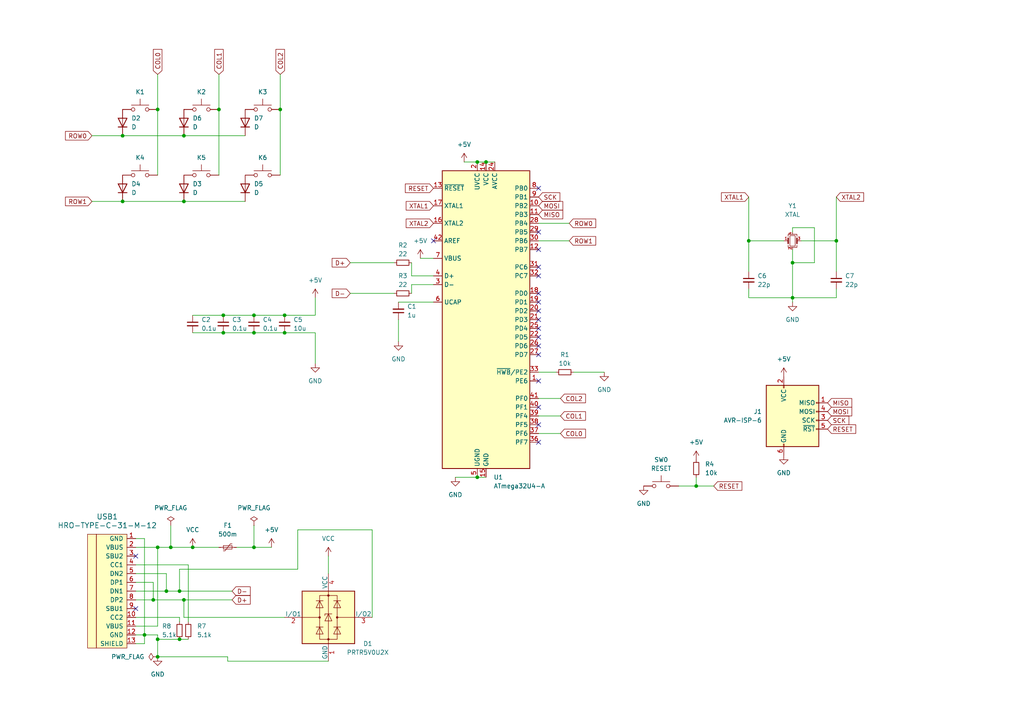
<source format=kicad_sch>
(kicad_sch (version 20230121) (generator eeschema)
  (paper "A4")
  (lib_symbols
    (symbol "Connector:AVR-ISP-6" (pin_names (offset 1.016))
      (property "Reference" "J" (at -6.35 11.43 0))
      (property "Value" "AVR-ISP-6" (at 0 11.43 0))
      (symbol "AVR-ISP-6_0_1"
        (rectangle (start -2.667 -6.858) (end -2.413 -7.62))
        (rectangle (start -2.667 10.16) (end -2.413 9.398))
        (rectangle (start 7.62 -2.413) (end 6.858 -2.667))
        (rectangle (start 7.62 0.127) (end 6.858 -0.127))
        (rectangle (start 7.62 2.667) (end 6.858 2.413))
        (rectangle (start 7.62 5.207) (end 6.858 4.953))
        (rectangle (start 7.62 10.16) (end -7.62 -7.62) (stroke (width 0.254)) (fill (type background)))
      )
      (symbol "AVR-ISP-6_1_1"
        (pin passive line (at 10.16 5.08 180) (length 2.54) (name "MISO") (number "1"))
        (pin passive line (at -2.54 12.7 270) (length 2.54) (name "VCC") (number "2"))
        (pin passive line (at 10.16 0 180) (length 2.54) (name "SCK") (number "3"))
        (pin passive line (at 10.16 2.54 180) (length 2.54) (name "MOSI") (number "4"))
        (pin passive line (at 10.16 -2.54 180) (length 2.54) (name "~{RST}") (number "5"))
        (pin passive line (at -2.54 -10.16 90) (length 2.54) (name "GND") (number "6"))
      )
    )
    (symbol "Device:C_Small" (pin_numbers hide) (pin_names (offset 0.254) hide)
      (property "Reference" "C" (at 0.254 1.778 0))
      (property "Value" "C_Small" (at 0.254 -2.032 0))
      (symbol "C_Small_0_1"
        (polyline (pts (xy -1.524 -0.508) (xy 1.524 -0.508)) (stroke (width 0.3302)))
        (polyline (pts (xy -1.524 0.508) (xy 1.524 0.508)) (stroke (width 0.3048)))
      )
      (symbol "C_Small_1_1"
        (pin passive line (at 0 2.54 270) (length 2.032) (name "~") (number "1"))
        (pin passive line (at 0 -2.54 90) (length 2.032) (name "~") (number "2"))
      )
    )
    (symbol "Device:Crystal_GND24_Small" (pin_names (offset 1.016) hide)
      (property "Reference" "Y" (at 1.27 4.445 0))
      (property "Value" "Crystal_GND24_Small" (at 1.27 2.54 0))
      (symbol "Crystal_GND24_Small_0_1"
        (rectangle (start -0.762 -1.524) (end 0.762 1.524))
        (polyline (pts (xy -1.27 -0.762) (xy -1.27 0.762)) (stroke (width 0.381)))
        (polyline (pts (xy 1.27 -0.762) (xy 1.27 0.762)) (stroke (width 0.381)))
        (polyline (pts (xy -1.27 -1.27) (xy -1.27 -1.905) (xy 1.27 -1.905) (xy 1.27 -1.27)))
        (polyline (pts (xy -1.27 1.27) (xy -1.27 1.905) (xy 1.27 1.905) (xy 1.27 1.27)))
      )
      (symbol "Crystal_GND24_Small_1_1"
        (pin passive line (at -2.54 0 0) (length 1.27) (name "1") (number "1"))
        (pin passive line (at 0 -2.54 90) (length 0.635) (name "2") (number "2"))
        (pin passive line (at 2.54 0 180) (length 1.27) (name "3") (number "3"))
        (pin passive line (at 0 2.54 270) (length 0.635) (name "4") (number "4"))
      )
    )
    (symbol "Device:D" (pin_numbers hide) (pin_names (offset 1.016) hide)
      (property "Reference" "D" (at 0 2.54 0))
      (property "Value" "D" (at 0 -2.54 0))
      (symbol "D_0_1"
        (polyline (pts (xy -1.27 1.27) (xy -1.27 -1.27)) (stroke (width 0.254)))
        (polyline (pts (xy 1.27 0) (xy -1.27 0)))
        (polyline (pts (xy 1.27 1.27) (xy 1.27 -1.27) (xy -1.27 0) (xy 1.27 1.27)) (stroke (width 0.254)))
      )
      (symbol "D_1_1"
        (pin passive line (at -3.81 0 0) (length 2.54) (name "K") (number "1"))
        (pin passive line (at 3.81 0 180) (length 2.54) (name "A") (number "2"))
      )
    )
    (symbol "Device:Polyfuse_Small" (pin_numbers hide) (pin_names (offset 0))
      (property "Reference" "F" (at -1.905 0 90))
      (property "Value" "Polyfuse_Small" (at 1.905 0 90))
      (symbol "Polyfuse_Small_0_1"
        (rectangle (start -0.508 1.27) (end 0.508 -1.27))
        (polyline (pts (xy 0 2.54) (xy 0 -2.54)))
        (polyline (pts (xy -1.016 1.27) (xy -1.016 0.762) (xy 1.016 -0.762) (xy 1.016 -1.27)))
      )
      (symbol "Polyfuse_Small_1_1"
        (pin passive line (at 0 2.54 270) (length 0.635) (name "~") (number "1"))
        (pin passive line (at 0 -2.54 90) (length 0.635) (name "~") (number "2"))
      )
    )
    (symbol "Device:R_Small" (pin_numbers hide) (pin_names (offset 0.254) hide)
      (property "Reference" "R" (at 0.762 0.508 0))
      (property "Value" "R_Small" (at 0.762 -1.016 0))
      (symbol "R_Small_0_1"
        (rectangle (start -0.762 1.778) (end 0.762 -1.778) (stroke (width 0.2032)))
      )
      (symbol "R_Small_1_1"
        (pin passive line (at 0 2.54 270) (length 0.762) (name "~") (number "1"))
        (pin passive line (at 0 -2.54 90) (length 0.762) (name "~") (number "2"))
      )
    )
    (symbol "MCU_Microchip_ATmega:ATmega32U4-A"
      (property "Reference" "U" (at -12.7 44.45 0))
      (property "Value" "ATmega32U4-A" (at 2.54 -44.45 0))
      (symbol "ATmega32U4-A_0_1"
        (rectangle (start -12.7 -43.18) (end 12.7 43.18) (stroke (width 0.254)) (fill (type background)))
      )
      (symbol "ATmega32U4-A_1_1"
        (pin bidirectional line (at 15.24 -17.78 180) (length 2.54) (name "PE6") (number "1"))
        (pin bidirectional line (at 15.24 33.02 180) (length 2.54) (name "PB2") (number "10"))
        (pin bidirectional line (at 15.24 30.48 180) (length 2.54) (name "PB3") (number "11"))
        (pin bidirectional line (at 15.24 20.32 180) (length 2.54) (name "PB7") (number "12"))
        (pin input line (at -15.24 38.1 0) (length 2.54) (name "~{RESET}") (number "13"))
        (pin power_in line (at 0 45.72 270) (length 2.54) (name "VCC") (number "14"))
        (pin power_in line (at 0 -45.72 90) (length 2.54) (name "GND") (number "15"))
        (pin output line (at -15.24 27.94 0) (length 2.54) (name "XTAL2") (number "16"))
        (pin input line (at -15.24 33.02 0) (length 2.54) (name "XTAL1") (number "17"))
        (pin bidirectional line (at 15.24 7.62 180) (length 2.54) (name "PD0") (number "18"))
        (pin bidirectional line (at 15.24 5.08 180) (length 2.54) (name "PD1") (number "19"))
        (pin power_in line (at -2.54 45.72 270) (length 2.54) (name "UVCC") (number "2"))
        (pin bidirectional line (at 15.24 2.54 180) (length 2.54) (name "PD2") (number "20"))
        (pin bidirectional line (at 15.24 0 180) (length 2.54) (name "PD3") (number "21"))
        (pin bidirectional line (at 15.24 -5.08 180) (length 2.54) (name "PD5") (number "22"))
        (pin passive line (at 0 -45.72 90) (length 2.54) hide (name "GND") (number "23"))
        (pin power_in line (at 2.54 45.72 270) (length 2.54) (name "AVCC") (number "24"))
        (pin bidirectional line (at 15.24 -2.54 180) (length 2.54) (name "PD4") (number "25"))
        (pin bidirectional line (at 15.24 -7.62 180) (length 2.54) (name "PD6") (number "26"))
        (pin bidirectional line (at 15.24 -10.16 180) (length 2.54) (name "PD7") (number "27"))
        (pin bidirectional line (at 15.24 27.94 180) (length 2.54) (name "PB4") (number "28"))
        (pin bidirectional line (at 15.24 25.4 180) (length 2.54) (name "PB5") (number "29"))
        (pin bidirectional line (at -15.24 10.16 0) (length 2.54) (name "D-") (number "3"))
        (pin bidirectional line (at 15.24 22.86 180) (length 2.54) (name "PB6") (number "30"))
        (pin bidirectional line (at 15.24 15.24 180) (length 2.54) (name "PC6") (number "31"))
        (pin bidirectional line (at 15.24 12.7 180) (length 2.54) (name "PC7") (number "32"))
        (pin bidirectional line (at 15.24 -15.24 180) (length 2.54) (name "~{HWB}/PE2") (number "33"))
        (pin passive line (at 0 45.72 270) (length 2.54) hide (name "VCC") (number "34"))
        (pin passive line (at 0 -45.72 90) (length 2.54) hide (name "GND") (number "35"))
        (pin bidirectional line (at 15.24 -35.56 180) (length 2.54) (name "PF7") (number "36"))
        (pin bidirectional line (at 15.24 -33.02 180) (length 2.54) (name "PF6") (number "37"))
        (pin bidirectional line (at 15.24 -30.48 180) (length 2.54) (name "PF5") (number "38"))
        (pin bidirectional line (at 15.24 -27.94 180) (length 2.54) (name "PF4") (number "39"))
        (pin bidirectional line (at -15.24 12.7 0) (length 2.54) (name "D+") (number "4"))
        (pin bidirectional line (at 15.24 -25.4 180) (length 2.54) (name "PF1") (number "40"))
        (pin bidirectional line (at 15.24 -22.86 180) (length 2.54) (name "PF0") (number "41"))
        (pin passive line (at -15.24 22.86 0) (length 2.54) (name "AREF") (number "42"))
        (pin passive line (at 0 -45.72 90) (length 2.54) hide (name "GND") (number "43"))
        (pin passive line (at 2.54 45.72 270) (length 2.54) hide (name "AVCC") (number "44"))
        (pin passive line (at -2.54 -45.72 90) (length 2.54) (name "UGND") (number "5"))
        (pin passive line (at -15.24 5.08 0) (length 2.54) (name "UCAP") (number "6"))
        (pin input line (at -15.24 17.78 0) (length 2.54) (name "VBUS") (number "7"))
        (pin bidirectional line (at 15.24 38.1 180) (length 2.54) (name "PB0") (number "8"))
        (pin bidirectional line (at 15.24 35.56 180) (length 2.54) (name "PB1") (number "9"))
      )
    )
    (symbol "Power_Protection:PRTR5V0U2X" (pin_names (offset 0))
      (property "Reference" "D" (at 2.794 8.636 0))
      (property "Value" "PRTR5V0U2X" (at 8.128 -9.398 0))
      (symbol "PRTR5V0U2X_0_1"
        (rectangle (start -7.62 -7.62) (end 7.62 7.62) (stroke (width 0.254)) (fill (type background)))
        (circle (center -2.54 0) (radius 0.254) (fill (type outline)))
        (rectangle (start -2.54 6.35) (end 2.54 -6.35))
        (circle (center 0 -6.35) (radius 0.254) (fill (type outline)))
        (polyline (pts (xy -2.54 0) (xy -7.62 0)))
        (polyline (pts (xy -1.524 -2.794) (xy -3.556 -2.794)))
        (polyline (pts (xy -1.524 4.826) (xy -3.556 4.826)))
        (polyline (pts (xy 0 -7.62) (xy 0 7.62)))
        (polyline (pts (xy 1.524 -2.794) (xy 3.556 -2.794)))
        (polyline (pts (xy 1.524 4.826) (xy 3.556 4.826)))
        (polyline (pts (xy 2.54 0) (xy 7.62 0)))
        (polyline (pts (xy 1.016 1.016) (xy -1.016 1.016) (xy -1.016 0.508)))
        (polyline (pts (xy -3.556 -4.826) (xy -1.524 -4.826) (xy -2.54 -2.794) (xy -3.556 -4.826)))
        (polyline (pts (xy -3.556 2.794) (xy -1.524 2.794) (xy -2.54 4.826) (xy -3.556 2.794)))
        (polyline (pts (xy -1.016 -1.016) (xy 1.016 -1.016) (xy 0 1.016) (xy -1.016 -1.016)))
        (polyline (pts (xy 3.556 -4.826) (xy 1.524 -4.826) (xy 2.54 -2.794) (xy 3.556 -4.826)))
        (polyline (pts (xy 3.556 2.794) (xy 1.524 2.794) (xy 2.54 4.826) (xy 3.556 2.794)))
        (circle (center 0 6.35) (radius 0.254) (fill (type outline)))
        (circle (center 2.54 0) (radius 0.254) (fill (type outline)))
      )
      (symbol "PRTR5V0U2X_1_1"
        (pin passive line (at 0 -12.7 90) (length 5.08) (name "GND") (number "1"))
        (pin passive line (at -12.7 0 0) (length 5.08) (name "I/O1") (number "2"))
        (pin passive line (at 12.7 0 180) (length 5.08) (name "I/O2") (number "3"))
        (pin passive line (at 0 12.7 270) (length 5.08) (name "VCC") (number "4"))
      )
    )
    (symbol "Switch:SW_Push" (pin_numbers hide) (pin_names (offset 1.016) hide)
      (property "Reference" "SW" (at 1.27 2.54 0))
      (property "Value" "SW_Push" (at 0 -1.524 0))
      (symbol "SW_Push_0_1"
        (circle (center -2.032 0) (radius 0.508))
        (polyline (pts (xy 0 1.27) (xy 0 3.048)))
        (polyline (pts (xy 2.54 1.27) (xy -2.54 1.27)))
        (circle (center 2.032 0) (radius 0.508))
        (pin passive line (at -5.08 0 0) (length 2.54) (name "1") (number "1"))
        (pin passive line (at 5.08 0 180) (length 2.54) (name "2") (number "2"))
      )
    )
    (symbol "Type-C:HRO-TYPE-C-31-M-12" (pin_names (offset 1.016))
      (property "Reference" "USB" (at -5.08 16.51 0))
      (property "Value" "HRO-TYPE-C-31-M-12" (at -10.16 -1.27 90))
      (symbol "HRO-TYPE-C-31-M-12_0_1"
        (rectangle (start -11.43 15.24) (end -8.89 -17.78) (fill (type background)))
        (rectangle (start 0 -17.78) (end -8.89 15.24) (fill (type background)))
      )
      (symbol "HRO-TYPE-C-31-M-12_1_1"
        (pin input line (at 2.54 13.97 180) (length 2.54) (name "GND") (number "1"))
        (pin input line (at 2.54 -8.89 180) (length 2.54) (name "CC2") (number "10"))
        (pin input line (at 2.54 -11.43 180) (length 2.54) (name "VBUS") (number "11"))
        (pin input line (at 2.54 -13.97 180) (length 2.54) (name "GND") (number "12"))
        (pin input line (at 2.54 -16.51 180) (length 2.54) (name "SHIELD") (number "13"))
        (pin input line (at 2.54 11.43 180) (length 2.54) (name "VBUS") (number "2"))
        (pin input line (at 2.54 8.89 180) (length 2.54) (name "SBU2") (number "3"))
        (pin input line (at 2.54 6.35 180) (length 2.54) (name "CC1") (number "4"))
        (pin input line (at 2.54 3.81 180) (length 2.54) (name "DN2") (number "5"))
        (pin input line (at 2.54 1.27 180) (length 2.54) (name "DP1") (number "6"))
        (pin input line (at 2.54 -1.27 180) (length 2.54) (name "DN1") (number "7"))
        (pin input line (at 2.54 -3.81 180) (length 2.54) (name "DP2") (number "8"))
        (pin input line (at 2.54 -6.35 180) (length 2.54) (name "SBU1") (number "9"))
      )
    )
    (symbol "power:+5V" (power) (pin_names (offset 0))
      (property "Value" "+5V" (at 0 3.556 0))
      (symbol "+5V_0_1"
        (polyline (pts (xy -0.762 1.27) (xy 0 2.54)))
        (polyline (pts (xy 0 0) (xy 0 2.54)))
        (polyline (pts (xy 0 2.54) (xy 0.762 1.27)))
      )
      (symbol "+5V_1_1"
        (pin power_in line (at 0 0 90) (length 0) hide (name "+5V") (number "1"))
      )
    )
    (symbol "power:GND" (power) (pin_names (offset 0))
      (property "Value" "GND" (at 0 -3.81 0))
      (symbol "GND_0_1"
        (polyline (pts (xy 0 0) (xy 0 -1.27) (xy 1.27 -1.27) (xy 0 -2.54) (xy -1.27 -1.27) (xy 0 -1.27)))
      )
      (symbol "GND_1_1"
        (pin power_in line (at 0 0 270) (length 0) hide (name "GND") (number "1"))
      )
    )
    (symbol "power:PWR_FLAG" (power) (pin_numbers hide) (pin_names (offset 0) hide)
      (property "Value" "PWR_FLAG" (at 0 3.81 0))
      (symbol "PWR_FLAG_0_0"
        (pin power_out line (at 0 0 90) (length 0) (name "pwr") (number "1"))
      )
      (symbol "PWR_FLAG_0_1"
        (polyline (pts (xy 0 0) (xy 0 1.27) (xy -1.016 1.905) (xy 0 2.54) (xy 1.016 1.905) (xy 0 1.27)))
      )
    )
    (symbol "power:VCC" (power) (pin_names (offset 0))
      (property "Value" "VCC" (at 0 3.81 0))
      (symbol "VCC_0_1"
        (polyline (pts (xy -0.762 1.27) (xy 0 2.54)))
        (polyline (pts (xy 0 0) (xy 0 2.54)))
        (polyline (pts (xy 0 2.54) (xy 0.762 1.27)))
      )
      (symbol "VCC_1_1"
        (pin power_in line (at 0 0 90) (length 0) hide (name "VCC") (number "1"))
      )
    )
  )
  (junction (at 45.72 185.42))
  (junction (at 217.17 69.85))
  (junction (at 48.26 171.45))
  (junction (at 82.55 96.52))
  (junction (at 49.53 158.75))
  (junction (at 140.97 46.99))
  (junction (at 64.77 96.52))
  (junction (at 229.87 76.2))
  (junction (at 201.93 140.97))
  (junction (at 229.87 86.36))
  (junction (at 63.5 31.75))
  (junction (at 52.07 185.42))
  (junction (at 45.72 190.5))
  (junction (at 81.28 31.75))
  (junction (at 35.56 58.42))
  (junction (at 53.34 173.99))
  (junction (at 138.43 138.43))
  (junction (at 41.91 184.15))
  (junction (at 64.77 91.44))
  (junction (at 44.45 173.99))
  (junction (at 55.88 158.75))
  (junction (at 53.34 58.42))
  (junction (at 53.34 39.37))
  (junction (at 82.55 91.44))
  (junction (at 45.72 158.75))
  (junction (at 73.66 91.44))
  (junction (at 73.66 158.75))
  (junction (at 52.07 171.45))
  (junction (at 73.66 96.52))
  (junction (at 242.57 69.85))
  (junction (at 45.72 31.75))
  (junction (at 138.43 46.99))
  (junction (at 35.56 39.37))
  (no_connect (at 156.21 85.09))
  (no_connect (at 156.21 97.79))
  (no_connect (at 156.21 128.27))
  (no_connect (at 156.21 80.01))
  (no_connect (at 156.21 102.87))
  (no_connect (at 156.21 67.31))
  (no_connect (at 39.37 176.53))
  (no_connect (at 156.21 72.39))
  (no_connect (at 156.21 123.19))
  (no_connect (at 156.21 92.71))
  (no_connect (at 125.73 69.85))
  (no_connect (at 156.21 110.49))
  (no_connect (at 156.21 54.61))
  (no_connect (at 156.21 95.25))
  (no_connect (at 156.21 118.11))
  (no_connect (at 39.37 161.29))
  (no_connect (at 156.21 77.47))
  (no_connect (at 156.21 100.33))
  (no_connect (at 156.21 87.63))
  (no_connect (at 156.21 90.17))
  (wire (pts (xy 217.17 69.85) (xy 217.17 78.74)))
  (wire (pts (xy 41.91 156.21) (xy 41.91 184.15)))
  (wire (pts (xy 86.36 153.67) (xy 86.36 165.1)))
  (wire (pts (xy 68.58 158.75) (xy 73.66 158.75)))
  (wire (pts (xy 119.38 76.2) (xy 119.38 80.01)))
  (wire (pts (xy 217.17 57.15) (xy 217.17 69.85)))
  (wire (pts (xy 35.56 58.42) (xy 53.34 58.42)))
  (wire (pts (xy 41.91 184.15) (xy 41.91 186.69)))
  (wire (pts (xy 66.04 191.77) (xy 66.04 190.5)))
  (wire (pts (xy 140.97 46.99) (xy 143.51 46.99)))
  (wire (pts (xy 63.5 21.59) (xy 63.5 31.75)))
  (wire (pts (xy 73.66 96.52) (xy 82.55 96.52)))
  (wire (pts (xy 64.77 91.44) (xy 55.88 91.44)))
  (wire (pts (xy 45.72 185.42) (xy 45.72 190.5)))
  (wire (pts (xy 45.72 181.61) (xy 45.72 158.75)))
  (wire (pts (xy 217.17 86.36) (xy 229.87 86.36)))
  (wire (pts (xy 229.87 76.2) (xy 229.87 86.36)))
  (wire (pts (xy 54.61 163.83) (xy 54.61 180.34)))
  (wire (pts (xy 217.17 69.85) (xy 227.33 69.85)))
  (wire (pts (xy 39.37 181.61) (xy 45.72 181.61)))
  (wire (pts (xy 229.87 72.39) (xy 229.87 76.2)))
  (wire (pts (xy 39.37 171.45) (xy 48.26 171.45)))
  (wire (pts (xy 45.72 31.75) (xy 45.72 50.8)))
  (wire (pts (xy 101.6 85.09) (xy 114.3 85.09)))
  (wire (pts (xy 107.95 179.07) (xy 107.95 153.67)))
  (wire (pts (xy 52.07 171.45) (xy 67.31 171.45)))
  (wire (pts (xy 121.92 74.93) (xy 125.73 74.93)))
  (wire (pts (xy 101.6 76.2) (xy 114.3 76.2)))
  (wire (pts (xy 95.25 161.29) (xy 95.25 166.37)))
  (wire (pts (xy 48.26 166.37) (xy 48.26 171.45)))
  (wire (pts (xy 91.44 91.44) (xy 82.55 91.44)))
  (wire (pts (xy 162.56 120.65) (xy 156.21 120.65)))
  (wire (pts (xy 196.85 140.97) (xy 201.93 140.97)))
  (wire (pts (xy 39.37 156.21) (xy 41.91 156.21)))
  (wire (pts (xy 49.53 152.4) (xy 49.53 158.75)))
  (wire (pts (xy 66.04 190.5) (xy 45.72 190.5)))
  (wire (pts (xy 53.34 173.99) (xy 67.31 173.99)))
  (wire (pts (xy 44.45 173.99) (xy 53.34 173.99)))
  (wire (pts (xy 52.07 165.1) (xy 52.07 171.45)))
  (wire (pts (xy 242.57 86.36) (xy 242.57 83.82)))
  (wire (pts (xy 229.87 86.36) (xy 229.87 87.63)))
  (wire (pts (xy 26.67 39.37) (xy 35.56 39.37)))
  (wire (pts (xy 53.34 58.42) (xy 71.12 58.42)))
  (wire (pts (xy 201.93 140.97) (xy 207.01 140.97)))
  (wire (pts (xy 236.22 66.04) (xy 236.22 76.2)))
  (wire (pts (xy 39.37 163.83) (xy 54.61 163.83)))
  (wire (pts (xy 242.57 57.15) (xy 242.57 69.85)))
  (wire (pts (xy 39.37 166.37) (xy 48.26 166.37)))
  (wire (pts (xy 242.57 69.85) (xy 242.57 78.74)))
  (wire (pts (xy 107.95 153.67) (xy 86.36 153.67)))
  (wire (pts (xy 39.37 184.15) (xy 41.91 184.15)))
  (wire (pts (xy 82.55 91.44) (xy 73.66 91.44)))
  (wire (pts (xy 82.55 96.52) (xy 91.44 96.52)))
  (wire (pts (xy 229.87 66.04) (xy 236.22 66.04)))
  (wire (pts (xy 73.66 91.44) (xy 64.77 91.44)))
  (wire (pts (xy 49.53 158.75) (xy 55.88 158.75)))
  (wire (pts (xy 52.07 185.42) (xy 54.61 185.42)))
  (wire (pts (xy 232.41 69.85) (xy 242.57 69.85)))
  (wire (pts (xy 165.1 64.77) (xy 156.21 64.77)))
  (wire (pts (xy 162.56 115.57) (xy 156.21 115.57)))
  (wire (pts (xy 81.28 21.59) (xy 81.28 31.75)))
  (wire (pts (xy 229.87 67.31) (xy 229.87 66.04)))
  (wire (pts (xy 39.37 173.99) (xy 44.45 173.99)))
  (wire (pts (xy 165.1 69.85) (xy 156.21 69.85)))
  (wire (pts (xy 229.87 86.36) (xy 242.57 86.36)))
  (wire (pts (xy 138.43 46.99) (xy 140.97 46.99)))
  (wire (pts (xy 45.72 185.42) (xy 52.07 185.42)))
  (wire (pts (xy 45.72 21.59) (xy 45.72 31.75)))
  (wire (pts (xy 73.66 152.4) (xy 73.66 158.75)))
  (wire (pts (xy 41.91 184.15) (xy 45.72 184.15)))
  (wire (pts (xy 39.37 158.75) (xy 45.72 158.75)))
  (wire (pts (xy 55.88 96.52) (xy 64.77 96.52)))
  (wire (pts (xy 156.21 107.95) (xy 161.29 107.95)))
  (wire (pts (xy 26.67 58.42) (xy 35.56 58.42)))
  (wire (pts (xy 44.45 168.91) (xy 44.45 173.99)))
  (wire (pts (xy 52.07 179.07) (xy 52.07 180.34)))
  (wire (pts (xy 39.37 168.91) (xy 44.45 168.91)))
  (wire (pts (xy 138.43 138.43) (xy 140.97 138.43)))
  (wire (pts (xy 63.5 31.75) (xy 63.5 50.8)))
  (wire (pts (xy 236.22 76.2) (xy 229.87 76.2)))
  (wire (pts (xy 55.88 158.75) (xy 63.5 158.75)))
  (wire (pts (xy 48.26 171.45) (xy 52.07 171.45)))
  (wire (pts (xy 35.56 39.37) (xy 53.34 39.37)))
  (wire (pts (xy 119.38 80.01) (xy 125.73 80.01)))
  (wire (pts (xy 45.72 158.75) (xy 49.53 158.75)))
  (wire (pts (xy 39.37 179.07) (xy 52.07 179.07)))
  (wire (pts (xy 81.28 31.75) (xy 81.28 50.8)))
  (wire (pts (xy 201.93 138.43) (xy 201.93 140.97)))
  (wire (pts (xy 95.25 191.77) (xy 66.04 191.77)))
  (wire (pts (xy 53.34 39.37) (xy 71.12 39.37)))
  (wire (pts (xy 64.77 96.52) (xy 73.66 96.52)))
  (wire (pts (xy 134.62 46.99) (xy 138.43 46.99)))
  (wire (pts (xy 162.56 125.73) (xy 156.21 125.73)))
  (wire (pts (xy 53.34 179.07) (xy 53.34 173.99)))
  (wire (pts (xy 82.55 179.07) (xy 53.34 179.07)))
  (wire (pts (xy 115.57 87.63) (xy 125.73 87.63)))
  (wire (pts (xy 91.44 96.52) (xy 91.44 105.41)))
  (wire (pts (xy 119.38 85.09) (xy 119.38 82.55)))
  (wire (pts (xy 86.36 165.1) (xy 52.07 165.1)))
  (wire (pts (xy 91.44 86.36) (xy 91.44 91.44)))
  (wire (pts (xy 217.17 83.82) (xy 217.17 86.36)))
  (wire (pts (xy 45.72 184.15) (xy 45.72 185.42)))
  (wire (pts (xy 166.37 107.95) (xy 175.26 107.95)))
  (wire (pts (xy 132.08 138.43) (xy 138.43 138.43)))
  (wire (pts (xy 119.38 82.55) (xy 125.73 82.55)))
  (wire (pts (xy 73.66 158.75) (xy 78.74 158.75)))
  (wire (pts (xy 41.91 186.69) (xy 39.37 186.69)))
  (wire (pts (xy 115.57 92.71) (xy 115.57 99.06)))
  (global_label "ROW1" (shape input) (at 165.1 69.85 0) (property "Intersheetrefs" "${INTERSHEET_REFS}" (effects hide)))
  (global_label "D-" (shape input) (at 101.6 85.09 180) (property "Intersheetrefs" "${INTERSHEET_REFS}" (effects hide)))
  (global_label "D+" (shape input) (at 101.6 76.2 180) (property "Intersheetrefs" "${INTERSHEET_REFS}" (effects hide)))
  (global_label "D-" (shape input) (at 67.31 171.45 0) (property "Intersheetrefs" "${INTERSHEET_REFS}" (effects hide)))
  (global_label "SCK" (shape input) (at 240.03 121.92 0) (property "Intersheetrefs" "${INTERSHEET_REFS}" (effects hide)))
  (global_label "MISO" (shape input) (at 240.03 116.84 0) (property "Intersheetrefs" "${INTERSHEET_REFS}" (effects hide)))
  (global_label "COL2" (shape input) (at 162.56 115.57 0) (property "Intersheetrefs" "${INTERSHEET_REFS}" (effects hide)))
  (global_label "D+" (shape input) (at 67.31 173.99 0) (property "Intersheetrefs" "${INTERSHEET_REFS}" (effects hide)))
  (global_label "XTAL2" (shape input) (at 125.73 64.77 180) (property "Intersheetrefs" "${INTERSHEET_REFS}" (effects hide)))
  (global_label "ROW1" (shape input) (at 26.67 58.42 180) (property "Intersheetrefs" "${INTERSHEET_REFS}" (effects hide)))
  (global_label "MISO" (shape input) (at 156.21 62.23 0) (property "Intersheetrefs" "${INTERSHEET_REFS}" (effects hide)))
  (global_label "COL0" (shape input) (at 162.56 125.73 0) (property "Intersheetrefs" "${INTERSHEET_REFS}" (effects hide)))
  (global_label "MOSI" (shape input) (at 240.03 119.38 0) (property "Intersheetrefs" "${INTERSHEET_REFS}" (effects hide)))
  (global_label "ROW0" (shape input) (at 26.67 39.37 180) (property "Intersheetrefs" "${INTERSHEET_REFS}" (effects hide)))
  (global_label "RESET" (shape input) (at 125.73 54.61 180) (property "Intersheetrefs" "${INTERSHEET_REFS}" (effects hide)))
  (global_label "RESET" (shape input) (at 240.03 124.46 0) (property "Intersheetrefs" "${INTERSHEET_REFS}" (effects hide)))
  (global_label "MOSI" (shape input) (at 156.21 59.69 0) (property "Intersheetrefs" "${INTERSHEET_REFS}" (effects hide)))
  (global_label "RESET" (shape input) (at 207.01 140.97 0) (property "Intersheetrefs" "${INTERSHEET_REFS}" (effects hide)))
  (global_label "COL1" (shape input) (at 63.5 21.59 90) (property "Intersheetrefs" "${INTERSHEET_REFS}" (effects hide)))
  (global_label "COL2" (shape input) (at 81.28 21.59 90) (property "Intersheetrefs" "${INTERSHEET_REFS}" (effects hide)))
  (global_label "COL0" (shape input) (at 45.72 21.59 90) (property "Intersheetrefs" "${INTERSHEET_REFS}" (effects hide)))
  (global_label "XTAL1" (shape input) (at 125.73 59.69 180) (property "Intersheetrefs" "${INTERSHEET_REFS}" (effects hide)))
  (global_label "SCK" (shape input) (at 156.21 57.15 0) (property "Intersheetrefs" "${INTERSHEET_REFS}" (effects hide)))
  (global_label "XTAL2" (shape input) (at 242.57 57.15 0) (property "Intersheetrefs" "${INTERSHEET_REFS}" (effects hide)))
  (global_label "ROW0" (shape input) (at 165.1 64.77 0) (property "Intersheetrefs" "${INTERSHEET_REFS}" (effects hide)))
  (global_label "XTAL1" (shape input) (at 217.17 57.15 180) (property "Intersheetrefs" "${INTERSHEET_REFS}" (effects hide)))
  (global_label "COL1" (shape input) (at 162.56 120.65 0) (property "Intersheetrefs" "${INTERSHEET_REFS}" (effects hide)))
  (symbol (lib_id "power:+5V") (at 121.92 74.93 0) (unit 1)
    (property "Reference" "#PWR016" (effects hide))
    (property "Value" "+5V" (at 121.92 69.85 0))
  )
  (symbol (lib_id "Device:R_Small") (at 201.93 135.89 0) (unit 1)
    (property "Reference" "R4" (at 204.47 134.62 0) (effects (justify left)))
    (property "Value" "10k" (at 204.47 137.16 0) (effects (justify left)))
    (property "Footprint" "Resistor_SMD:R_0805_2012Metric" (effects hide))
  )
  (symbol (lib_id "power:GND") (at 115.57 99.06 0) (unit 1)
    (property "Reference" "#PWR04" (effects hide))
    (property "Value" "GND" (at 115.57 104.14 0))
  )
  (symbol (lib_id "Device:D") (at 71.12 35.56 90) (unit 1)
    (property "Reference" "D7" (at 73.66 34.29 90) (effects (justify right)))
    (property "Value" "D" (at 73.66 36.83 90) (effects (justify right)))
    (property "Footprint" "Diode_SMD:D_SOD-123" (effects hide))
    (property "Sim.Device" "D" (effects hide))
    (property "Sim.Pins" "1=K 2=A" (effects hide))
  )
  (symbol (lib_id "Switch:SW_Push") (at 40.64 50.8 0) (unit 1)
    (property "Reference" "K4" (at 40.64 45.72 0))
    (property "Value" "SW_Push" (effects hide))
    (property "Footprint" "marbastlib-mx:SW_MX_HS_1u" (effects hide))
  )
  (symbol (lib_id "power:+5V") (at 227.33 109.22 0) (unit 1)
    (property "Reference" "#PWR08" (effects hide))
    (property "Value" "+5V" (at 227.33 104.14 0))
  )
  (symbol (lib_id "Device:D") (at 35.56 54.61 90) (unit 1)
    (property "Reference" "D4" (at 38.1 53.34 90) (effects (justify right)))
    (property "Value" "D" (at 38.1 55.88 90) (effects (justify right)))
    (property "Footprint" "Diode_SMD:D_SOD-123" (effects hide))
    (property "Sim.Device" "D" (effects hide))
    (property "Sim.Pins" "1=K 2=A" (effects hide))
  )
  (symbol (lib_id "Device:R_Small") (at 54.61 182.88 0) (unit 1)
    (property "Reference" "R7" (at 57.15 181.61 0) (effects (justify left)))
    (property "Value" "5.1k" (at 57.15 184.15 0) (effects (justify left)))
    (property "Footprint" "Resistor_SMD:R_0805_2012Metric" (effects hide))
  )
  (symbol (lib_id "Device:R_Small") (at 116.84 85.09 90) (unit 1)
    (property "Reference" "R3" (at 116.84 80.01 90))
    (property "Value" "22" (at 116.84 82.55 90))
    (property "Footprint" "Resistor_SMD:R_0805_2012Metric" (effects hide))
  )
  (symbol (lib_id "Device:R_Small") (at 52.07 182.88 0) (unit 1)
    (property "Reference" "R8" (at 46.99 181.61 0) (effects (justify left)))
    (property "Value" "5.1k" (at 46.99 184.15 0) (effects (justify left)))
    (property "Footprint" "Resistor_SMD:R_0805_2012Metric" (effects hide))
  )
  (symbol (lib_id "Device:C_Small") (at 55.88 93.98 0) (unit 1)
    (property "Reference" "C2" (at 58.42 92.7163 0) (effects (justify left)))
    (property "Value" "0.1u" (at 58.42 95.2563 0) (effects (justify left)))
    (property "Footprint" "Capacitor_SMD:C_0805_2012Metric" (effects hide))
  )
  (symbol (lib_id "Switch:SW_Push") (at 58.42 31.75 0) (unit 1)
    (property "Reference" "K2" (at 58.42 26.67 0))
    (property "Value" "SW_Push" (effects hide))
    (property "Footprint" "marbastlib-mx:SW_MX_HS_1u" (effects hide))
  )
  (symbol (lib_id "Switch:SW_Push") (at 40.64 31.75 0) (unit 1)
    (property "Reference" "K1" (at 40.64 26.67 0))
    (property "Value" "SW_Push" (effects hide))
    (property "Footprint" "marbastlib-mx:SW_MX_HS_1u" (effects hide))
  )
  (symbol (lib_id "power:PWR_FLAG") (at 45.72 190.5 90) (unit 1)
    (property "Reference" "#FLG03" (effects hide))
    (property "Value" "PWR_FLAG" (at 41.91 190.5 90) (effects (justify left)))
  )
  (symbol (lib_id "Device:C_Small") (at 64.77 93.98 0) (unit 1)
    (property "Reference" "C3" (at 67.31 92.7163 0) (effects (justify left)))
    (property "Value" "0.1u" (at 67.31 95.2563 0) (effects (justify left)))
    (property "Footprint" "Capacitor_SMD:C_0805_2012Metric" (effects hide))
  )
  (symbol (lib_id "Device:D") (at 53.34 35.56 90) (unit 1)
    (property "Reference" "D6" (at 55.88 34.29 90) (effects (justify right)))
    (property "Value" "D" (at 55.88 36.83 90) (effects (justify right)))
    (property "Footprint" "Diode_SMD:D_SOD-123" (effects hide))
    (property "Sim.Device" "D" (effects hide))
    (property "Sim.Pins" "1=K 2=A" (effects hide))
  )
  (symbol (lib_id "power:VCC") (at 55.88 158.75 0) (unit 1)
    (property "Reference" "#PWR012" (effects hide))
    (property "Value" "VCC" (at 55.88 153.67 0))
  )
  (symbol (lib_id "power:PWR_FLAG") (at 49.53 152.4 0) (unit 1)
    (property "Reference" "#FLG01" (effects hide))
    (property "Value" "PWR_FLAG" (at 49.53 147.32 0))
  )
  (symbol (lib_id "power:PWR_FLAG") (at 73.66 152.4 0) (unit 1)
    (property "Reference" "#FLG02" (effects hide))
    (property "Value" "PWR_FLAG" (at 73.66 147.32 0))
  )
  (symbol (lib_id "Device:Polyfuse_Small") (at 66.04 158.75 90) (unit 1)
    (property "Reference" "F1" (at 66.04 152.4 90))
    (property "Value" "500m" (at 66.04 154.94 90))
    (property "Footprint" "Fuse:Fuse_1206_3216Metric" (effects hide))
  )
  (symbol (lib_id "Switch:SW_Push") (at 58.42 50.8 0) (unit 1)
    (property "Reference" "K5" (at 58.42 45.72 0))
    (property "Value" "SW_Push" (effects hide))
    (property "Footprint" "marbastlib-mx:SW_MX_HS_1u" (effects hide))
  )
  (symbol (lib_id "power:VCC") (at 95.25 161.29 0) (unit 1)
    (property "Reference" "#PWR015" (effects hide))
    (property "Value" "VCC" (at 95.25 156.21 0))
  )
  (symbol (lib_id "Power_Protection:PRTR5V0U2X") (at 95.25 179.07 0) (unit 1)
    (property "Reference" "D1" (at 106.68 186.69 0))
    (property "Value" "PRTR5V0U2X" (at 106.68 189.23 0))
    (property "Footprint" "random-keyboard-parts:SOT143B" (effects hide))
    (property "Datasheet" "https://assets.nexperia.com/documents/data-sheet/PRTR5V0U2X.pdf" (effects hide))
  )
  (symbol (lib_id "Device:R_Small") (at 116.84 76.2 90) (unit 1)
    (property "Reference" "R2" (at 116.84 71.12 90))
    (property "Value" "22" (at 116.84 73.66 90))
    (property "Footprint" "Resistor_SMD:R_0805_2012Metric" (effects hide))
  )
  (symbol (lib_id "Device:R_Small") (at 163.83 107.95 90) (unit 1)
    (property "Reference" "R1" (at 163.83 102.87 90))
    (property "Value" "10k" (at 163.83 105.41 90))
    (property "Footprint" "Resistor_SMD:R_0805_2012Metric" (effects hide))
  )
  (symbol (lib_id "power:GND") (at 45.72 190.5 0) (unit 1)
    (property "Reference" "#PWR014" (effects hide))
    (property "Value" "GND" (at 45.72 195.58 0))
  )
  (symbol (lib_id "Device:C_Small") (at 242.57 81.28 0) (unit 1)
    (property "Reference" "C7" (at 245.11 80.0163 0) (effects (justify left)))
    (property "Value" "22p" (at 245.11 82.5563 0) (effects (justify left)))
    (property "Footprint" "Capacitor_SMD:C_0805_2012Metric" (effects hide))
  )
  (symbol (lib_id "Switch:SW_Push") (at 76.2 50.8 0) (unit 1)
    (property "Reference" "K6" (at 76.2 45.72 0))
    (property "Value" "SW_Push" (effects hide))
    (property "Footprint" "marbastlib-mx:SW_MX_HS_1u" (effects hide))
  )
  (symbol (lib_id "power:GND") (at 227.33 132.08 0) (unit 1)
    (property "Reference" "#PWR09" (effects hide))
    (property "Value" "GND" (at 227.33 137.16 0))
  )
  (symbol (lib_id "power:+5V") (at 91.44 86.36 0) (unit 1)
    (property "Reference" "#PWR05" (effects hide))
    (property "Value" "+5V" (at 91.44 81.28 0))
  )
  (symbol (lib_id "Device:D") (at 53.34 54.61 90) (unit 1)
    (property "Reference" "D3" (at 55.88 53.34 90) (effects (justify right)))
    (property "Value" "D" (at 55.88 55.88 90) (effects (justify right)))
    (property "Footprint" "Diode_SMD:D_SOD-123" (effects hide))
    (property "Sim.Device" "D" (effects hide))
    (property "Sim.Pins" "1=K 2=A" (effects hide))
  )
  (symbol (lib_id "Switch:SW_Push") (at 191.77 140.97 0) (unit 1)
    (property "Reference" "SW0" (at 191.77 133.35 0))
    (property "Value" "RESET" (at 191.77 135.89 0))
    (property "Footprint" "Button_Switch_SMD:SW_SPST_SKQG_WithStem" (effects hide))
  )
  (symbol (lib_id "Device:C_Small") (at 82.55 93.98 0) (unit 1)
    (property "Reference" "C5" (at 85.09 92.7163 0) (effects (justify left)))
    (property "Value" "10u" (at 85.09 95.2563 0) (effects (justify left)))
    (property "Footprint" "Capacitor_SMD:C_0805_2012Metric" (effects hide))
  )
  (symbol (lib_id "Device:C_Small") (at 217.17 81.28 0) (unit 1)
    (property "Reference" "C6" (at 219.71 80.0163 0) (effects (justify left)))
    (property "Value" "22p" (at 219.71 82.5563 0) (effects (justify left)))
    (property "Footprint" "Capacitor_SMD:C_0805_2012Metric" (effects hide))
  )
  (symbol (lib_id "power:+5V") (at 134.62 46.99 0) (unit 1)
    (property "Reference" "#PWR01" (effects hide))
    (property "Value" "+5V" (at 134.62 41.91 0))
  )
  (symbol (lib_id "Device:C_Small") (at 73.66 93.98 0) (unit 1)
    (property "Reference" "C4" (at 76.2 92.7163 0) (effects (justify left)))
    (property "Value" "0.1u" (at 76.2 95.2563 0) (effects (justify left)))
    (property "Footprint" "Capacitor_SMD:C_0805_2012Metric" (effects hide))
  )
  (symbol (lib_id "Device:Crystal_GND24_Small") (at 229.87 69.85 0) (unit 1)
    (property "Reference" "Y1" (at 229.87 59.69 0))
    (property "Value" "XTAL" (at 229.87 62.23 0))
    (property "Footprint" "Crystal:Crystal_SMD_3225-4Pin_3.2x2.5mm" (effects hide))
  )
  (symbol (lib_id "power:GND") (at 229.87 87.63 0) (unit 1)
    (property "Reference" "#PWR07" (effects hide))
    (property "Value" "GND" (at 229.87 92.71 0))
  )
  (symbol (lib_id "Device:D") (at 71.12 54.61 90) (unit 1)
    (property "Reference" "D5" (at 73.66 53.34 90) (effects (justify right)))
    (property "Value" "D" (at 73.66 55.88 90) (effects (justify right)))
    (property "Footprint" "Diode_SMD:D_SOD-123" (effects hide))
    (property "Sim.Device" "D" (effects hide))
    (property "Sim.Pins" "1=K 2=A" (effects hide))
  )
  (symbol (lib_id "power:GND") (at 186.69 140.97 0) (unit 1)
    (property "Reference" "#PWR010" (effects hide))
    (property "Value" "GND" (at 186.69 146.05 0))
  )
  (symbol (lib_id "power:+5V") (at 201.93 133.35 0) (unit 1)
    (property "Reference" "#PWR011" (effects hide))
    (property "Value" "+5V" (at 201.93 128.27 0))
  )
  (symbol (lib_id "power:GND") (at 91.44 105.41 0) (unit 1)
    (property "Reference" "#PWR06" (effects hide))
    (property "Value" "GND" (at 91.44 110.49 0))
  )
  (symbol (lib_id "Type-C:HRO-TYPE-C-31-M-12") (at 36.83 170.18 0) (unit 1)
    (property "Reference" "USB1" (at 31.115 149.86 0) (effects (font (size 1.524 1.524))))
    (property "Value" "HRO-TYPE-C-31-M-12" (at 31.115 152.4 0) (effects (font (size 1.524 1.524))))
    (property "Footprint" "Type-C:HRO-TYPE-C-31-M-12" (effects hide))
  )
  (symbol (lib_id "MCU_Microchip_ATmega:ATmega32U4-A") (at 140.97 92.71 0) (unit 1)
    (property "Reference" "U1" (at 143.1641 138.43 0) (effects (justify left)))
    (property "Value" "ATmega32U4-A" (at 143.1641 140.97 0) (effects (justify left)))
    (property "Footprint" "Package_QFP:TQFP-44_10x10mm_P0.8mm" (effects hide))
    (property "Datasheet" "http://ww1.microchip.com/downloads/en/DeviceDoc/Atmel-7766-8-bit-AVR-ATmega16U4-32U4_Datasheet.pdf" (effects hide))
  )
  (symbol (lib_id "Device:D") (at 35.56 35.56 90) (unit 1)
    (property "Reference" "D2" (at 38.1 34.29 90) (effects (justify right)))
    (property "Value" "D" (at 38.1 36.83 90) (effects (justify right)))
    (property "Footprint" "Diode_SMD:D_SOD-123" (effects hide))
    (property "Sim.Device" "D" (effects hide))
    (property "Sim.Pins" "1=K 2=A" (effects hide))
  )
  (symbol (lib_id "Connector:AVR-ISP-6") (at 229.87 121.92 0) (unit 1)
    (property "Reference" "J1" (at 220.98 119.38 0) (effects (justify right)))
    (property "Value" "AVR-ISP-6" (at 220.98 121.92 0) (effects (justify right)))
    (property "Footprint" "random-keyboard-parts:Reset_Pretty-Mask" (effects hide))
    (property "Datasheet" " ~" (effects hide))
  )
  (symbol (lib_id "power:GND") (at 132.08 138.43 0) (unit 1)
    (property "Reference" "#PWR02" (effects hide))
    (property "Value" "GND" (at 132.08 143.51 0))
  )
  (symbol (lib_id "power:GND") (at 175.26 107.95 0) (unit 1)
    (property "Reference" "#PWR03" (effects hide))
    (property "Value" "GND" (at 175.26 113.03 0))
  )
  (symbol (lib_id "power:+5V") (at 78.74 158.75 0) (unit 1)
    (property "Reference" "#PWR013" (effects hide))
    (property "Value" "+5V" (at 78.74 153.67 0))
  )
  (symbol (lib_id "Switch:SW_Push") (at 76.2 31.75 0) (unit 1)
    (property "Reference" "K3" (at 76.2 26.67 0))
    (property "Value" "SW_Push" (effects hide))
    (property "Footprint" "marbastlib-mx:SW_MX_HS_1u" (effects hide))
  )
  (symbol (lib_id "Device:C_Small") (at 115.57 90.17 180) (unit 1)
    (property "Reference" "C1" (at 118.11 88.8936 0) (effects (justify right)))
    (property "Value" "1u" (at 118.11 91.4336 0) (effects (justify right)))
    (property "Footprint" "Capacitor_SMD:C_0805_2012Metric" (effects hide))
  )
)
</source>
